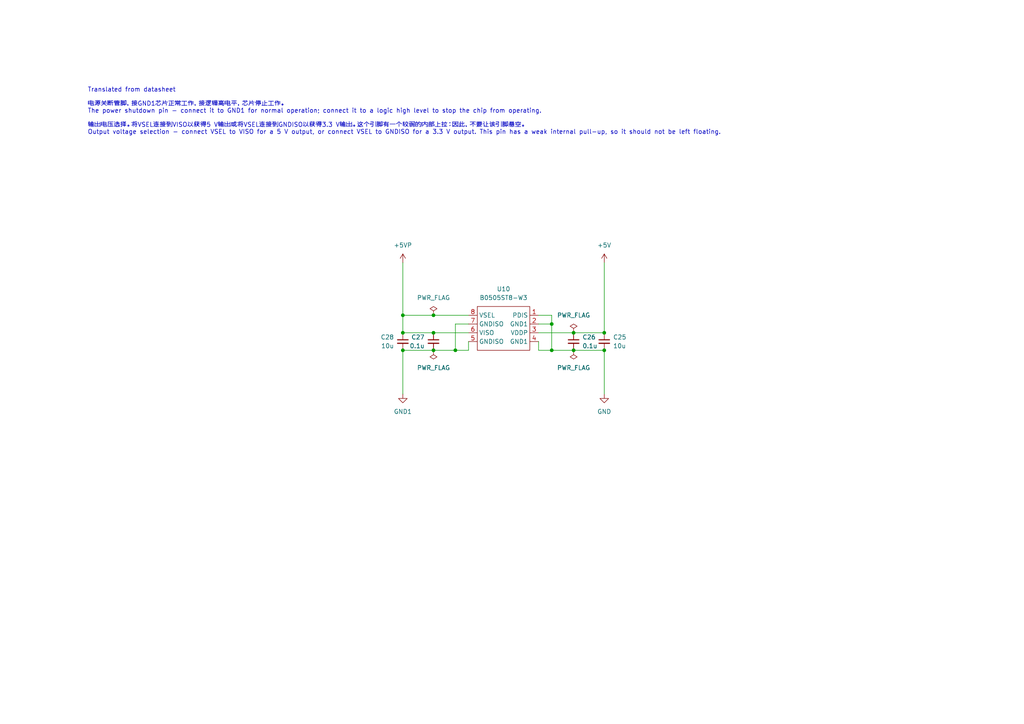
<source format=kicad_sch>
(kicad_sch
	(version 20250114)
	(generator "eeschema")
	(generator_version "9.0")
	(uuid "93f2154e-a2e8-4970-9a47-18e86bf965db")
	(paper "A4")
	(title_block
		(title "12V-2x6 Current Monitor")
		(date "2025-09-21")
		(rev "1")
		(company "github.com/eggsampler")
	)
	(lib_symbols
		(symbol "12v-2x6:B0505ST8-W3"
			(exclude_from_sim no)
			(in_bom yes)
			(on_board yes)
			(property "Reference" "U"
				(at 0 1.778 0)
				(effects
					(font
						(size 1.27 1.27)
					)
				)
			)
			(property "Value" "B0505ST8-W3"
				(at 0 0 0)
				(effects
					(font
						(size 1.27 1.27)
					)
				)
			)
			(property "Footprint" "Package_SO:SSO-8_6.8x5.9mm_P1.27mm_Clearance8mm"
				(at 0 -15.24 0)
				(effects
					(font
						(size 1.27 1.27)
					)
					(hide yes)
				)
			)
			(property "Datasheet" ""
				(at 0 0 0)
				(effects
					(font
						(size 1.27 1.27)
					)
					(hide yes)
				)
			)
			(property "Description" ""
				(at 0 0 0)
				(effects
					(font
						(size 1.27 1.27)
					)
					(hide yes)
				)
			)
			(symbol "B0505ST8-W3_0_1"
				(rectangle
					(start -7.62 -1.27)
					(end 7.62 -13.97)
					(stroke
						(width 0)
						(type default)
					)
					(fill
						(type none)
					)
				)
			)
			(symbol "B0505ST8-W3_1_1"
				(pin passive line
					(at -10.16 -3.81 0)
					(length 2.54)
					(name "PDIS"
						(effects
							(font
								(size 1.27 1.27)
							)
						)
					)
					(number "1"
						(effects
							(font
								(size 1.27 1.27)
							)
						)
					)
				)
				(pin passive line
					(at -10.16 -6.35 0)
					(length 2.54)
					(name "GND1"
						(effects
							(font
								(size 1.27 1.27)
							)
						)
					)
					(number "2"
						(effects
							(font
								(size 1.27 1.27)
							)
						)
					)
				)
				(pin passive line
					(at -10.16 -8.89 0)
					(length 2.54)
					(name "VDDP"
						(effects
							(font
								(size 1.27 1.27)
							)
						)
					)
					(number "3"
						(effects
							(font
								(size 1.27 1.27)
							)
						)
					)
				)
				(pin passive line
					(at -10.16 -11.43 0)
					(length 2.54)
					(name "GND1"
						(effects
							(font
								(size 1.27 1.27)
							)
						)
					)
					(number "4"
						(effects
							(font
								(size 1.27 1.27)
							)
						)
					)
				)
				(pin passive line
					(at 10.16 -3.81 180)
					(length 2.54)
					(name "VSEL"
						(effects
							(font
								(size 1.27 1.27)
							)
						)
					)
					(number "8"
						(effects
							(font
								(size 1.27 1.27)
							)
						)
					)
				)
				(pin passive line
					(at 10.16 -6.35 180)
					(length 2.54)
					(name "GNDISO"
						(effects
							(font
								(size 1.27 1.27)
							)
						)
					)
					(number "7"
						(effects
							(font
								(size 1.27 1.27)
							)
						)
					)
				)
				(pin passive line
					(at 10.16 -8.89 180)
					(length 2.54)
					(name "VISO"
						(effects
							(font
								(size 1.27 1.27)
							)
						)
					)
					(number "6"
						(effects
							(font
								(size 1.27 1.27)
							)
						)
					)
				)
				(pin passive line
					(at 10.16 -11.43 180)
					(length 2.54)
					(name "GNDISO"
						(effects
							(font
								(size 1.27 1.27)
							)
						)
					)
					(number "5"
						(effects
							(font
								(size 1.27 1.27)
							)
						)
					)
				)
			)
			(embedded_fonts no)
		)
		(symbol "Device:C_Small"
			(pin_numbers
				(hide yes)
			)
			(pin_names
				(offset 0.254)
				(hide yes)
			)
			(exclude_from_sim no)
			(in_bom yes)
			(on_board yes)
			(property "Reference" "C"
				(at 0.254 1.778 0)
				(effects
					(font
						(size 1.27 1.27)
					)
					(justify left)
				)
			)
			(property "Value" "C_Small"
				(at 0.254 -2.032 0)
				(effects
					(font
						(size 1.27 1.27)
					)
					(justify left)
				)
			)
			(property "Footprint" ""
				(at 0 0 0)
				(effects
					(font
						(size 1.27 1.27)
					)
					(hide yes)
				)
			)
			(property "Datasheet" "~"
				(at 0 0 0)
				(effects
					(font
						(size 1.27 1.27)
					)
					(hide yes)
				)
			)
			(property "Description" "Unpolarized capacitor, small symbol"
				(at 0 0 0)
				(effects
					(font
						(size 1.27 1.27)
					)
					(hide yes)
				)
			)
			(property "ki_keywords" "capacitor cap"
				(at 0 0 0)
				(effects
					(font
						(size 1.27 1.27)
					)
					(hide yes)
				)
			)
			(property "ki_fp_filters" "C_*"
				(at 0 0 0)
				(effects
					(font
						(size 1.27 1.27)
					)
					(hide yes)
				)
			)
			(symbol "C_Small_0_1"
				(polyline
					(pts
						(xy -1.524 0.508) (xy 1.524 0.508)
					)
					(stroke
						(width 0.3048)
						(type default)
					)
					(fill
						(type none)
					)
				)
				(polyline
					(pts
						(xy -1.524 -0.508) (xy 1.524 -0.508)
					)
					(stroke
						(width 0.3302)
						(type default)
					)
					(fill
						(type none)
					)
				)
			)
			(symbol "C_Small_1_1"
				(pin passive line
					(at 0 2.54 270)
					(length 2.032)
					(name "~"
						(effects
							(font
								(size 1.27 1.27)
							)
						)
					)
					(number "1"
						(effects
							(font
								(size 1.27 1.27)
							)
						)
					)
				)
				(pin passive line
					(at 0 -2.54 90)
					(length 2.032)
					(name "~"
						(effects
							(font
								(size 1.27 1.27)
							)
						)
					)
					(number "2"
						(effects
							(font
								(size 1.27 1.27)
							)
						)
					)
				)
			)
			(embedded_fonts no)
		)
		(symbol "power:+5V"
			(power)
			(pin_numbers
				(hide yes)
			)
			(pin_names
				(offset 0)
				(hide yes)
			)
			(exclude_from_sim no)
			(in_bom yes)
			(on_board yes)
			(property "Reference" "#PWR"
				(at 0 -3.81 0)
				(effects
					(font
						(size 1.27 1.27)
					)
					(hide yes)
				)
			)
			(property "Value" "+5V"
				(at 0 3.556 0)
				(effects
					(font
						(size 1.27 1.27)
					)
				)
			)
			(property "Footprint" ""
				(at 0 0 0)
				(effects
					(font
						(size 1.27 1.27)
					)
					(hide yes)
				)
			)
			(property "Datasheet" ""
				(at 0 0 0)
				(effects
					(font
						(size 1.27 1.27)
					)
					(hide yes)
				)
			)
			(property "Description" "Power symbol creates a global label with name \"+5V\""
				(at 0 0 0)
				(effects
					(font
						(size 1.27 1.27)
					)
					(hide yes)
				)
			)
			(property "ki_keywords" "global power"
				(at 0 0 0)
				(effects
					(font
						(size 1.27 1.27)
					)
					(hide yes)
				)
			)
			(symbol "+5V_0_1"
				(polyline
					(pts
						(xy -0.762 1.27) (xy 0 2.54)
					)
					(stroke
						(width 0)
						(type default)
					)
					(fill
						(type none)
					)
				)
				(polyline
					(pts
						(xy 0 2.54) (xy 0.762 1.27)
					)
					(stroke
						(width 0)
						(type default)
					)
					(fill
						(type none)
					)
				)
				(polyline
					(pts
						(xy 0 0) (xy 0 2.54)
					)
					(stroke
						(width 0)
						(type default)
					)
					(fill
						(type none)
					)
				)
			)
			(symbol "+5V_1_1"
				(pin power_in line
					(at 0 0 90)
					(length 0)
					(name "~"
						(effects
							(font
								(size 1.27 1.27)
							)
						)
					)
					(number "1"
						(effects
							(font
								(size 1.27 1.27)
							)
						)
					)
				)
			)
			(embedded_fonts no)
		)
		(symbol "power:+5VP"
			(power)
			(pin_numbers
				(hide yes)
			)
			(pin_names
				(offset 0)
				(hide yes)
			)
			(exclude_from_sim no)
			(in_bom yes)
			(on_board yes)
			(property "Reference" "#PWR"
				(at 0 -3.81 0)
				(effects
					(font
						(size 1.27 1.27)
					)
					(hide yes)
				)
			)
			(property "Value" "+5VP"
				(at 0 3.556 0)
				(effects
					(font
						(size 1.27 1.27)
					)
				)
			)
			(property "Footprint" ""
				(at 0 0 0)
				(effects
					(font
						(size 1.27 1.27)
					)
					(hide yes)
				)
			)
			(property "Datasheet" ""
				(at 0 0 0)
				(effects
					(font
						(size 1.27 1.27)
					)
					(hide yes)
				)
			)
			(property "Description" "Power symbol creates a global label with name \"+5VP\""
				(at 0 0 0)
				(effects
					(font
						(size 1.27 1.27)
					)
					(hide yes)
				)
			)
			(property "ki_keywords" "global power"
				(at 0 0 0)
				(effects
					(font
						(size 1.27 1.27)
					)
					(hide yes)
				)
			)
			(symbol "+5VP_0_1"
				(polyline
					(pts
						(xy -0.762 1.27) (xy 0 2.54)
					)
					(stroke
						(width 0)
						(type default)
					)
					(fill
						(type none)
					)
				)
				(polyline
					(pts
						(xy 0 2.54) (xy 0.762 1.27)
					)
					(stroke
						(width 0)
						(type default)
					)
					(fill
						(type none)
					)
				)
				(polyline
					(pts
						(xy 0 0) (xy 0 2.54)
					)
					(stroke
						(width 0)
						(type default)
					)
					(fill
						(type none)
					)
				)
			)
			(symbol "+5VP_1_1"
				(pin power_in line
					(at 0 0 90)
					(length 0)
					(name "~"
						(effects
							(font
								(size 1.27 1.27)
							)
						)
					)
					(number "1"
						(effects
							(font
								(size 1.27 1.27)
							)
						)
					)
				)
			)
			(embedded_fonts no)
		)
		(symbol "power:GND"
			(power)
			(pin_numbers
				(hide yes)
			)
			(pin_names
				(offset 0)
				(hide yes)
			)
			(exclude_from_sim no)
			(in_bom yes)
			(on_board yes)
			(property "Reference" "#PWR"
				(at 0 -6.35 0)
				(effects
					(font
						(size 1.27 1.27)
					)
					(hide yes)
				)
			)
			(property "Value" "GND"
				(at 0 -3.81 0)
				(effects
					(font
						(size 1.27 1.27)
					)
				)
			)
			(property "Footprint" ""
				(at 0 0 0)
				(effects
					(font
						(size 1.27 1.27)
					)
					(hide yes)
				)
			)
			(property "Datasheet" ""
				(at 0 0 0)
				(effects
					(font
						(size 1.27 1.27)
					)
					(hide yes)
				)
			)
			(property "Description" "Power symbol creates a global label with name \"GND\" , ground"
				(at 0 0 0)
				(effects
					(font
						(size 1.27 1.27)
					)
					(hide yes)
				)
			)
			(property "ki_keywords" "global power"
				(at 0 0 0)
				(effects
					(font
						(size 1.27 1.27)
					)
					(hide yes)
				)
			)
			(symbol "GND_0_1"
				(polyline
					(pts
						(xy 0 0) (xy 0 -1.27) (xy 1.27 -1.27) (xy 0 -2.54) (xy -1.27 -1.27) (xy 0 -1.27)
					)
					(stroke
						(width 0)
						(type default)
					)
					(fill
						(type none)
					)
				)
			)
			(symbol "GND_1_1"
				(pin power_in line
					(at 0 0 270)
					(length 0)
					(name "~"
						(effects
							(font
								(size 1.27 1.27)
							)
						)
					)
					(number "1"
						(effects
							(font
								(size 1.27 1.27)
							)
						)
					)
				)
			)
			(embedded_fonts no)
		)
		(symbol "power:GND1"
			(power)
			(pin_numbers
				(hide yes)
			)
			(pin_names
				(offset 0)
				(hide yes)
			)
			(exclude_from_sim no)
			(in_bom yes)
			(on_board yes)
			(property "Reference" "#PWR"
				(at 0 -6.35 0)
				(effects
					(font
						(size 1.27 1.27)
					)
					(hide yes)
				)
			)
			(property "Value" "GND1"
				(at 0 -3.81 0)
				(effects
					(font
						(size 1.27 1.27)
					)
				)
			)
			(property "Footprint" ""
				(at 0 0 0)
				(effects
					(font
						(size 1.27 1.27)
					)
					(hide yes)
				)
			)
			(property "Datasheet" ""
				(at 0 0 0)
				(effects
					(font
						(size 1.27 1.27)
					)
					(hide yes)
				)
			)
			(property "Description" "Power symbol creates a global label with name \"GND1\" , ground"
				(at 0 0 0)
				(effects
					(font
						(size 1.27 1.27)
					)
					(hide yes)
				)
			)
			(property "ki_keywords" "global power"
				(at 0 0 0)
				(effects
					(font
						(size 1.27 1.27)
					)
					(hide yes)
				)
			)
			(symbol "GND1_0_1"
				(polyline
					(pts
						(xy 0 0) (xy 0 -1.27) (xy 1.27 -1.27) (xy 0 -2.54) (xy -1.27 -1.27) (xy 0 -1.27)
					)
					(stroke
						(width 0)
						(type default)
					)
					(fill
						(type none)
					)
				)
			)
			(symbol "GND1_1_1"
				(pin power_in line
					(at 0 0 270)
					(length 0)
					(name "~"
						(effects
							(font
								(size 1.27 1.27)
							)
						)
					)
					(number "1"
						(effects
							(font
								(size 1.27 1.27)
							)
						)
					)
				)
			)
			(embedded_fonts no)
		)
		(symbol "power:PWR_FLAG"
			(power)
			(pin_numbers
				(hide yes)
			)
			(pin_names
				(offset 0)
				(hide yes)
			)
			(exclude_from_sim no)
			(in_bom yes)
			(on_board yes)
			(property "Reference" "#FLG"
				(at 0 1.905 0)
				(effects
					(font
						(size 1.27 1.27)
					)
					(hide yes)
				)
			)
			(property "Value" "PWR_FLAG"
				(at 0 3.81 0)
				(effects
					(font
						(size 1.27 1.27)
					)
				)
			)
			(property "Footprint" ""
				(at 0 0 0)
				(effects
					(font
						(size 1.27 1.27)
					)
					(hide yes)
				)
			)
			(property "Datasheet" "~"
				(at 0 0 0)
				(effects
					(font
						(size 1.27 1.27)
					)
					(hide yes)
				)
			)
			(property "Description" "Special symbol for telling ERC where power comes from"
				(at 0 0 0)
				(effects
					(font
						(size 1.27 1.27)
					)
					(hide yes)
				)
			)
			(property "ki_keywords" "flag power"
				(at 0 0 0)
				(effects
					(font
						(size 1.27 1.27)
					)
					(hide yes)
				)
			)
			(symbol "PWR_FLAG_0_0"
				(pin power_out line
					(at 0 0 90)
					(length 0)
					(name "~"
						(effects
							(font
								(size 1.27 1.27)
							)
						)
					)
					(number "1"
						(effects
							(font
								(size 1.27 1.27)
							)
						)
					)
				)
			)
			(symbol "PWR_FLAG_0_1"
				(polyline
					(pts
						(xy 0 0) (xy 0 1.27) (xy -1.016 1.905) (xy 0 2.54) (xy 1.016 1.905) (xy 0 1.27)
					)
					(stroke
						(width 0)
						(type default)
					)
					(fill
						(type none)
					)
				)
			)
			(embedded_fonts no)
		)
	)
	(text "Translated from datasheet\n\n电源关断管脚，接GND1芯片正常工作，接逻辑高电平，芯片停止工作。\nThe power shutdown pin - connect it to GND1 for normal operation; connect it to a logic high level to stop the chip from operating.\n\n输出电压选择。将VSEL连接到VISO以获得5 V输出或将VSEL连接到GNDISO以获得3.3 V输出。这个引脚有一个较弱的内部上拉；因此，不要让该引脚悬空。\nOutput voltage selection - connect VSEL to VISO for a 5 V output, or connect VSEL to GNDISO for a 3.3 V output. This pin has a weak internal pull-up, so it should not be left floating."
		(exclude_from_sim no)
		(at 25.4 25.4 0)
		(effects
			(font
				(size 1.27 1.27)
			)
			(justify left top)
		)
		(uuid "e8d54d73-8e7f-4d6f-9649-e9e0b6bd6306")
	)
	(junction
		(at 166.37 96.52)
		(diameter 0)
		(color 0 0 0 0)
		(uuid "008c5a32-8e89-4309-a906-06f159a54477")
	)
	(junction
		(at 125.73 101.6)
		(diameter 0)
		(color 0 0 0 0)
		(uuid "2cee6ff6-118b-4fee-9534-2ca9ea751fad")
	)
	(junction
		(at 160.02 93.98)
		(diameter 0)
		(color 0 0 0 0)
		(uuid "2efed247-307f-4f5b-8f88-1361089a127d")
	)
	(junction
		(at 160.02 101.6)
		(diameter 0)
		(color 0 0 0 0)
		(uuid "5cdb63ec-c552-4bd4-a43e-487086d82727")
	)
	(junction
		(at 175.26 101.6)
		(diameter 0)
		(color 0 0 0 0)
		(uuid "5ea9becc-e8ed-4b4a-b012-1a2bde5159a0")
	)
	(junction
		(at 116.84 101.6)
		(diameter 0)
		(color 0 0 0 0)
		(uuid "7e6a795b-98a1-43e6-8f9a-9587a98a6945")
	)
	(junction
		(at 132.08 101.6)
		(diameter 0)
		(color 0 0 0 0)
		(uuid "84ae4f20-4a2f-45d8-848a-f0497259ea1f")
	)
	(junction
		(at 116.84 96.52)
		(diameter 0)
		(color 0 0 0 0)
		(uuid "877b3364-d275-41d5-8e04-9c84f12f83b1")
	)
	(junction
		(at 175.26 96.52)
		(diameter 0)
		(color 0 0 0 0)
		(uuid "a5634b81-3290-455d-921c-833b0e6c0c97")
	)
	(junction
		(at 166.37 101.6)
		(diameter 0)
		(color 0 0 0 0)
		(uuid "b4ccf6be-a23c-435d-8981-a00f2a70d6dd")
	)
	(junction
		(at 125.73 91.44)
		(diameter 0)
		(color 0 0 0 0)
		(uuid "c9f0bb27-c239-4b75-9d37-6dc38cedaebf")
	)
	(junction
		(at 116.84 91.44)
		(diameter 0)
		(color 0 0 0 0)
		(uuid "e3327253-9171-458d-bf46-57243941ebed")
	)
	(junction
		(at 125.73 96.52)
		(diameter 0)
		(color 0 0 0 0)
		(uuid "f3c175dd-5783-4f61-96c1-5386965d830c")
	)
	(wire
		(pts
			(xy 175.26 76.2) (xy 175.26 96.52)
		)
		(stroke
			(width 0)
			(type default)
		)
		(uuid "0a14a6d1-6e36-4736-85af-60b9c8a94c74")
	)
	(wire
		(pts
			(xy 125.73 91.44) (xy 135.89 91.44)
		)
		(stroke
			(width 0)
			(type default)
		)
		(uuid "1466cf20-113c-478c-8119-1d9195c0c403")
	)
	(wire
		(pts
			(xy 125.73 101.6) (xy 132.08 101.6)
		)
		(stroke
			(width 0)
			(type default)
		)
		(uuid "251acb40-5ae2-4d15-92a0-ccfc6f9fb99f")
	)
	(wire
		(pts
			(xy 156.21 91.44) (xy 160.02 91.44)
		)
		(stroke
			(width 0)
			(type default)
		)
		(uuid "2ac3877c-af1d-4058-8879-1724ef5871c1")
	)
	(wire
		(pts
			(xy 132.08 101.6) (xy 135.89 101.6)
		)
		(stroke
			(width 0)
			(type default)
		)
		(uuid "2d489865-dfd9-464b-bd37-1bf8bf4988f3")
	)
	(wire
		(pts
			(xy 156.21 101.6) (xy 156.21 99.06)
		)
		(stroke
			(width 0)
			(type default)
		)
		(uuid "3115e453-6feb-4c6d-9bda-fdbeb4e114e9")
	)
	(wire
		(pts
			(xy 175.26 114.3) (xy 175.26 101.6)
		)
		(stroke
			(width 0)
			(type default)
		)
		(uuid "40f15193-9ecd-44ac-8fcf-a41bf57ba577")
	)
	(wire
		(pts
			(xy 160.02 91.44) (xy 160.02 93.98)
		)
		(stroke
			(width 0)
			(type default)
		)
		(uuid "442a24d0-ced5-4441-9165-be85c669944d")
	)
	(wire
		(pts
			(xy 125.73 96.52) (xy 135.89 96.52)
		)
		(stroke
			(width 0)
			(type default)
		)
		(uuid "595daef9-07b9-4a68-b7a8-80083588501e")
	)
	(wire
		(pts
			(xy 156.21 96.52) (xy 166.37 96.52)
		)
		(stroke
			(width 0)
			(type default)
		)
		(uuid "67c28426-dced-4056-896a-ac22e981710e")
	)
	(wire
		(pts
			(xy 160.02 93.98) (xy 160.02 101.6)
		)
		(stroke
			(width 0)
			(type default)
		)
		(uuid "67e133bc-46a3-4e0e-9474-ca6d1e926487")
	)
	(wire
		(pts
			(xy 175.26 96.52) (xy 166.37 96.52)
		)
		(stroke
			(width 0)
			(type default)
		)
		(uuid "6d073943-601d-4ea4-b064-49a4ac5b5c85")
	)
	(wire
		(pts
			(xy 135.89 101.6) (xy 135.89 99.06)
		)
		(stroke
			(width 0)
			(type default)
		)
		(uuid "70bccc5e-3f1e-4cd7-b507-7ded166f7718")
	)
	(wire
		(pts
			(xy 160.02 101.6) (xy 166.37 101.6)
		)
		(stroke
			(width 0)
			(type default)
		)
		(uuid "781eb7f0-c466-4e5a-ae3f-ba6a6504614c")
	)
	(wire
		(pts
			(xy 116.84 76.2) (xy 116.84 91.44)
		)
		(stroke
			(width 0)
			(type default)
		)
		(uuid "7a7a38e8-7f3b-456c-bb9d-bc503a1484c0")
	)
	(wire
		(pts
			(xy 135.89 93.98) (xy 132.08 93.98)
		)
		(stroke
			(width 0)
			(type default)
		)
		(uuid "7f2e673a-beaf-4ac8-beb6-921b7cbb6167")
	)
	(wire
		(pts
			(xy 132.08 93.98) (xy 132.08 101.6)
		)
		(stroke
			(width 0)
			(type default)
		)
		(uuid "83755d52-3b1e-47da-b471-fd5bc6228aa0")
	)
	(wire
		(pts
			(xy 116.84 91.44) (xy 125.73 91.44)
		)
		(stroke
			(width 0)
			(type default)
		)
		(uuid "9ae994b3-3960-4746-b182-2a72f26c1127")
	)
	(wire
		(pts
			(xy 116.84 101.6) (xy 125.73 101.6)
		)
		(stroke
			(width 0)
			(type default)
		)
		(uuid "b9d363e2-cfb4-48f5-83fe-bca0d6472e17")
	)
	(wire
		(pts
			(xy 156.21 93.98) (xy 160.02 93.98)
		)
		(stroke
			(width 0)
			(type default)
		)
		(uuid "bc127e1e-9040-430b-b0d3-12e514a19130")
	)
	(wire
		(pts
			(xy 175.26 101.6) (xy 166.37 101.6)
		)
		(stroke
			(width 0)
			(type default)
		)
		(uuid "bc994774-6ba4-4766-b5cc-bcd0e1a8aabf")
	)
	(wire
		(pts
			(xy 116.84 91.44) (xy 116.84 96.52)
		)
		(stroke
			(width 0)
			(type default)
		)
		(uuid "bf5fedfc-8f4e-4dfe-9521-d58235826a1e")
	)
	(wire
		(pts
			(xy 116.84 114.3) (xy 116.84 101.6)
		)
		(stroke
			(width 0)
			(type default)
		)
		(uuid "bfb61f3a-c01b-4483-9210-1912cbc393cf")
	)
	(wire
		(pts
			(xy 156.21 101.6) (xy 160.02 101.6)
		)
		(stroke
			(width 0)
			(type default)
		)
		(uuid "de3602cf-7b0c-4b65-8ac9-5ffd97cda306")
	)
	(wire
		(pts
			(xy 125.73 96.52) (xy 116.84 96.52)
		)
		(stroke
			(width 0)
			(type default)
		)
		(uuid "ea862b95-ec80-425d-8dcc-421f52740da9")
	)
	(symbol
		(lib_id "power:PWR_FLAG")
		(at 125.73 91.44 0)
		(unit 1)
		(exclude_from_sim no)
		(in_bom yes)
		(on_board yes)
		(dnp no)
		(fields_autoplaced yes)
		(uuid "07b647f1-0c4f-49b1-a6d2-2b2dbb2cdf26")
		(property "Reference" "#FLG03"
			(at 125.73 89.535 0)
			(effects
				(font
					(size 1.27 1.27)
				)
				(hide yes)
			)
		)
		(property "Value" "PWR_FLAG"
			(at 125.73 86.36 0)
			(effects
				(font
					(size 1.27 1.27)
				)
			)
		)
		(property "Footprint" ""
			(at 125.73 91.44 0)
			(effects
				(font
					(size 1.27 1.27)
				)
				(hide yes)
			)
		)
		(property "Datasheet" "~"
			(at 125.73 91.44 0)
			(effects
				(font
					(size 1.27 1.27)
				)
				(hide yes)
			)
		)
		(property "Description" "Special symbol for telling ERC where power comes from"
			(at 125.73 91.44 0)
			(effects
				(font
					(size 1.27 1.27)
				)
				(hide yes)
			)
		)
		(pin "1"
			(uuid "a81fcdb4-e512-450c-b4e2-8bc908014f37")
		)
		(instances
			(project "12v-2x6"
				(path "/8b0d253f-310b-49c8-a50d-a58538d7eb55/8c7c68ec-dfcd-4c66-a6ed-a8125b7ac006"
					(reference "#FLG03")
					(unit 1)
				)
			)
		)
	)
	(symbol
		(lib_id "Device:C_Small")
		(at 175.26 99.06 0)
		(unit 1)
		(exclude_from_sim no)
		(in_bom yes)
		(on_board yes)
		(dnp no)
		(uuid "26072abf-a205-4229-85d1-2e89656f9708")
		(property "Reference" "C25"
			(at 177.8 97.7962 0)
			(effects
				(font
					(size 1.27 1.27)
				)
				(justify left)
			)
		)
		(property "Value" "10u"
			(at 177.8 100.3362 0)
			(effects
				(font
					(size 1.27 1.27)
				)
				(justify left)
			)
		)
		(property "Footprint" "Capacitor_SMD:C_0603_1608Metric"
			(at 175.26 99.06 0)
			(effects
				(font
					(size 1.27 1.27)
				)
				(hide yes)
			)
		)
		(property "Datasheet" "~"
			(at 175.26 99.06 0)
			(effects
				(font
					(size 1.27 1.27)
				)
				(hide yes)
			)
		)
		(property "Description" "Unpolarized capacitor, small symbol"
			(at 175.26 99.06 0)
			(effects
				(font
					(size 1.27 1.27)
				)
				(hide yes)
			)
		)
		(pin "2"
			(uuid "5b2c290f-11e6-4199-940f-fdeaf4f445b2")
		)
		(pin "1"
			(uuid "45fa3f2d-b766-478d-8e0d-33232434d7ac")
		)
		(instances
			(project "12v-2x6"
				(path "/8b0d253f-310b-49c8-a50d-a58538d7eb55/8c7c68ec-dfcd-4c66-a6ed-a8125b7ac006"
					(reference "C25")
					(unit 1)
				)
			)
		)
	)
	(symbol
		(lib_id "Device:C_Small")
		(at 125.73 99.06 0)
		(mirror y)
		(unit 1)
		(exclude_from_sim no)
		(in_bom yes)
		(on_board yes)
		(dnp no)
		(uuid "31867a02-9aee-4dd5-a693-0596d64a99ee")
		(property "Reference" "C27"
			(at 123.19 97.7962 0)
			(effects
				(font
					(size 1.27 1.27)
				)
				(justify left)
			)
		)
		(property "Value" "0.1u"
			(at 123.19 100.3362 0)
			(effects
				(font
					(size 1.27 1.27)
				)
				(justify left)
			)
		)
		(property "Footprint" "Capacitor_SMD:C_0402_1005Metric"
			(at 125.73 99.06 0)
			(effects
				(font
					(size 1.27 1.27)
				)
				(hide yes)
			)
		)
		(property "Datasheet" "~"
			(at 125.73 99.06 0)
			(effects
				(font
					(size 1.27 1.27)
				)
				(hide yes)
			)
		)
		(property "Description" "Unpolarized capacitor, small symbol"
			(at 125.73 99.06 0)
			(effects
				(font
					(size 1.27 1.27)
				)
				(hide yes)
			)
		)
		(pin "2"
			(uuid "3d963f8c-77ce-4fe8-a348-2144956fac89")
		)
		(pin "1"
			(uuid "6c6ea165-451a-446f-a719-5f2fca900dc3")
		)
		(instances
			(project "12v-2x6"
				(path "/8b0d253f-310b-49c8-a50d-a58538d7eb55/8c7c68ec-dfcd-4c66-a6ed-a8125b7ac006"
					(reference "C27")
					(unit 1)
				)
			)
		)
	)
	(symbol
		(lib_id "power:PWR_FLAG")
		(at 166.37 101.6 180)
		(unit 1)
		(exclude_from_sim no)
		(in_bom yes)
		(on_board yes)
		(dnp no)
		(fields_autoplaced yes)
		(uuid "4eb256e8-a224-4abb-8aec-e05742d17538")
		(property "Reference" "#FLG02"
			(at 166.37 103.505 0)
			(effects
				(font
					(size 1.27 1.27)
				)
				(hide yes)
			)
		)
		(property "Value" "PWR_FLAG"
			(at 166.37 106.68 0)
			(effects
				(font
					(size 1.27 1.27)
				)
			)
		)
		(property "Footprint" ""
			(at 166.37 101.6 0)
			(effects
				(font
					(size 1.27 1.27)
				)
				(hide yes)
			)
		)
		(property "Datasheet" "~"
			(at 166.37 101.6 0)
			(effects
				(font
					(size 1.27 1.27)
				)
				(hide yes)
			)
		)
		(property "Description" "Special symbol for telling ERC where power comes from"
			(at 166.37 101.6 0)
			(effects
				(font
					(size 1.27 1.27)
				)
				(hide yes)
			)
		)
		(pin "1"
			(uuid "66cdbc55-b3ed-45db-96ff-d1d2a40b27ae")
		)
		(instances
			(project ""
				(path "/8b0d253f-310b-49c8-a50d-a58538d7eb55/8c7c68ec-dfcd-4c66-a6ed-a8125b7ac006"
					(reference "#FLG02")
					(unit 1)
				)
			)
		)
	)
	(symbol
		(lib_id "power:PWR_FLAG")
		(at 166.37 96.52 0)
		(unit 1)
		(exclude_from_sim no)
		(in_bom yes)
		(on_board yes)
		(dnp no)
		(fields_autoplaced yes)
		(uuid "66b03488-9a7b-407d-ac11-2219ca757a94")
		(property "Reference" "#FLG01"
			(at 166.37 94.615 0)
			(effects
				(font
					(size 1.27 1.27)
				)
				(hide yes)
			)
		)
		(property "Value" "PWR_FLAG"
			(at 166.37 91.44 0)
			(effects
				(font
					(size 1.27 1.27)
				)
			)
		)
		(property "Footprint" ""
			(at 166.37 96.52 0)
			(effects
				(font
					(size 1.27 1.27)
				)
				(hide yes)
			)
		)
		(property "Datasheet" "~"
			(at 166.37 96.52 0)
			(effects
				(font
					(size 1.27 1.27)
				)
				(hide yes)
			)
		)
		(property "Description" "Special symbol for telling ERC where power comes from"
			(at 166.37 96.52 0)
			(effects
				(font
					(size 1.27 1.27)
				)
				(hide yes)
			)
		)
		(pin "1"
			(uuid "0869e207-0e05-486f-bb74-5d6483102e56")
		)
		(instances
			(project ""
				(path "/8b0d253f-310b-49c8-a50d-a58538d7eb55/8c7c68ec-dfcd-4c66-a6ed-a8125b7ac006"
					(reference "#FLG01")
					(unit 1)
				)
			)
		)
	)
	(symbol
		(lib_id "power:PWR_FLAG")
		(at 125.73 101.6 180)
		(unit 1)
		(exclude_from_sim no)
		(in_bom yes)
		(on_board yes)
		(dnp no)
		(fields_autoplaced yes)
		(uuid "815079cb-41d4-4790-85ca-9940580b7265")
		(property "Reference" "#FLG04"
			(at 125.73 103.505 0)
			(effects
				(font
					(size 1.27 1.27)
				)
				(hide yes)
			)
		)
		(property "Value" "PWR_FLAG"
			(at 125.73 106.68 0)
			(effects
				(font
					(size 1.27 1.27)
				)
			)
		)
		(property "Footprint" ""
			(at 125.73 101.6 0)
			(effects
				(font
					(size 1.27 1.27)
				)
				(hide yes)
			)
		)
		(property "Datasheet" "~"
			(at 125.73 101.6 0)
			(effects
				(font
					(size 1.27 1.27)
				)
				(hide yes)
			)
		)
		(property "Description" "Special symbol for telling ERC where power comes from"
			(at 125.73 101.6 0)
			(effects
				(font
					(size 1.27 1.27)
				)
				(hide yes)
			)
		)
		(pin "1"
			(uuid "58df96d4-bbf0-4258-aaec-5bf243340ef3")
		)
		(instances
			(project "12v-2x6"
				(path "/8b0d253f-310b-49c8-a50d-a58538d7eb55/8c7c68ec-dfcd-4c66-a6ed-a8125b7ac006"
					(reference "#FLG04")
					(unit 1)
				)
			)
		)
	)
	(symbol
		(lib_id "12v-2x6:B0505ST8-W3")
		(at 146.05 87.63 0)
		(mirror y)
		(unit 1)
		(exclude_from_sim no)
		(in_bom yes)
		(on_board yes)
		(dnp no)
		(fields_autoplaced yes)
		(uuid "9575659e-f5cf-418c-a4b4-0eda7dcdbe84")
		(property "Reference" "U10"
			(at 146.05 83.82 0)
			(effects
				(font
					(size 1.27 1.27)
				)
			)
		)
		(property "Value" "B0505ST8-W3"
			(at 146.05 86.36 0)
			(effects
				(font
					(size 1.27 1.27)
				)
			)
		)
		(property "Footprint" "Package_SO:SSO-8_6.8x5.9mm_P1.27mm_Clearance8mm"
			(at 146.05 102.87 0)
			(effects
				(font
					(size 1.27 1.27)
				)
				(hide yes)
			)
		)
		(property "Datasheet" ""
			(at 146.05 87.63 0)
			(effects
				(font
					(size 1.27 1.27)
				)
				(hide yes)
			)
		)
		(property "Description" ""
			(at 146.05 87.63 0)
			(effects
				(font
					(size 1.27 1.27)
				)
				(hide yes)
			)
		)
		(pin "1"
			(uuid "1d2a8cce-50e3-4d72-aa7c-e69eaa6c0fc7")
		)
		(pin "3"
			(uuid "7543dd0d-9704-4ab1-b17e-234ef55d537a")
		)
		(pin "8"
			(uuid "0e918152-93e6-475d-871f-ffb76232f2ab")
		)
		(pin "2"
			(uuid "8b418ef7-c212-403a-bc03-76e0b23fb46a")
		)
		(pin "4"
			(uuid "7a62bb75-9a96-451a-ae1f-94a34e864b04")
		)
		(pin "6"
			(uuid "2bcf4f1f-9f6c-4ce7-a1dc-f376faead461")
		)
		(pin "7"
			(uuid "7bcbd6e3-98b4-4401-b46f-df5c30a5031a")
		)
		(pin "5"
			(uuid "29ec45fa-c1b0-454d-951a-02363b1d3e9c")
		)
		(instances
			(project "12v-2x6"
				(path "/8b0d253f-310b-49c8-a50d-a58538d7eb55/8c7c68ec-dfcd-4c66-a6ed-a8125b7ac006"
					(reference "U10")
					(unit 1)
				)
			)
		)
	)
	(symbol
		(lib_id "power:+5V")
		(at 175.26 76.2 0)
		(unit 1)
		(exclude_from_sim no)
		(in_bom yes)
		(on_board yes)
		(dnp no)
		(fields_autoplaced yes)
		(uuid "9791751a-eab2-44b0-b1aa-b765a1ee7b33")
		(property "Reference" "#PWR031"
			(at 175.26 80.01 0)
			(effects
				(font
					(size 1.27 1.27)
				)
				(hide yes)
			)
		)
		(property "Value" "+5V"
			(at 175.26 71.12 0)
			(effects
				(font
					(size 1.27 1.27)
				)
			)
		)
		(property "Footprint" ""
			(at 175.26 76.2 0)
			(effects
				(font
					(size 1.27 1.27)
				)
				(hide yes)
			)
		)
		(property "Datasheet" ""
			(at 175.26 76.2 0)
			(effects
				(font
					(size 1.27 1.27)
				)
				(hide yes)
			)
		)
		(property "Description" "Power symbol creates a global label with name \"+5V\""
			(at 175.26 76.2 0)
			(effects
				(font
					(size 1.27 1.27)
				)
				(hide yes)
			)
		)
		(pin "1"
			(uuid "1997c033-6c8b-4441-944b-586488967048")
		)
		(instances
			(project "12v-2x6"
				(path "/8b0d253f-310b-49c8-a50d-a58538d7eb55/8c7c68ec-dfcd-4c66-a6ed-a8125b7ac006"
					(reference "#PWR031")
					(unit 1)
				)
			)
		)
	)
	(symbol
		(lib_id "power:GND1")
		(at 116.84 114.3 0)
		(unit 1)
		(exclude_from_sim no)
		(in_bom yes)
		(on_board yes)
		(dnp no)
		(fields_autoplaced yes)
		(uuid "a85d3636-d7ed-4691-853b-2d2848c8d3f7")
		(property "Reference" "#PWR047"
			(at 116.84 120.65 0)
			(effects
				(font
					(size 1.27 1.27)
				)
				(hide yes)
			)
		)
		(property "Value" "GND1"
			(at 116.84 119.38 0)
			(effects
				(font
					(size 1.27 1.27)
				)
			)
		)
		(property "Footprint" ""
			(at 116.84 114.3 0)
			(effects
				(font
					(size 1.27 1.27)
				)
				(hide yes)
			)
		)
		(property "Datasheet" ""
			(at 116.84 114.3 0)
			(effects
				(font
					(size 1.27 1.27)
				)
				(hide yes)
			)
		)
		(property "Description" "Power symbol creates a global label with name \"GND1\" , ground"
			(at 116.84 114.3 0)
			(effects
				(font
					(size 1.27 1.27)
				)
				(hide yes)
			)
		)
		(pin "1"
			(uuid "e0c8b5f8-63a7-459b-bf99-35029b512f3e")
		)
		(instances
			(project "12v-2x6"
				(path "/8b0d253f-310b-49c8-a50d-a58538d7eb55/8c7c68ec-dfcd-4c66-a6ed-a8125b7ac006"
					(reference "#PWR047")
					(unit 1)
				)
			)
		)
	)
	(symbol
		(lib_id "Device:C_Small")
		(at 166.37 99.06 0)
		(unit 1)
		(exclude_from_sim no)
		(in_bom yes)
		(on_board yes)
		(dnp no)
		(uuid "b23bffc9-dbcf-444a-b7cd-45d3f6e6bb27")
		(property "Reference" "C26"
			(at 168.91 97.7962 0)
			(effects
				(font
					(size 1.27 1.27)
				)
				(justify left)
			)
		)
		(property "Value" "0.1u"
			(at 168.91 100.3362 0)
			(effects
				(font
					(size 1.27 1.27)
				)
				(justify left)
			)
		)
		(property "Footprint" "Capacitor_SMD:C_0402_1005Metric"
			(at 166.37 99.06 0)
			(effects
				(font
					(size 1.27 1.27)
				)
				(hide yes)
			)
		)
		(property "Datasheet" "~"
			(at 166.37 99.06 0)
			(effects
				(font
					(size 1.27 1.27)
				)
				(hide yes)
			)
		)
		(property "Description" "Unpolarized capacitor, small symbol"
			(at 166.37 99.06 0)
			(effects
				(font
					(size 1.27 1.27)
				)
				(hide yes)
			)
		)
		(pin "2"
			(uuid "38124d9e-0bb2-4fd0-8d98-9e732f4d1179")
		)
		(pin "1"
			(uuid "cfb5e69a-1e53-4aa4-b349-5b49139f1035")
		)
		(instances
			(project "12v-2x6"
				(path "/8b0d253f-310b-49c8-a50d-a58538d7eb55/8c7c68ec-dfcd-4c66-a6ed-a8125b7ac006"
					(reference "C26")
					(unit 1)
				)
			)
		)
	)
	(symbol
		(lib_id "power:+5VP")
		(at 116.84 76.2 0)
		(unit 1)
		(exclude_from_sim no)
		(in_bom yes)
		(on_board yes)
		(dnp no)
		(fields_autoplaced yes)
		(uuid "b8eb49b0-13e1-42bc-8cbe-a3a16ada86f2")
		(property "Reference" "#PWR034"
			(at 116.84 80.01 0)
			(effects
				(font
					(size 1.27 1.27)
				)
				(hide yes)
			)
		)
		(property "Value" "+5VP"
			(at 116.84 71.12 0)
			(effects
				(font
					(size 1.27 1.27)
				)
			)
		)
		(property "Footprint" ""
			(at 116.84 76.2 0)
			(effects
				(font
					(size 1.27 1.27)
				)
				(hide yes)
			)
		)
		(property "Datasheet" ""
			(at 116.84 76.2 0)
			(effects
				(font
					(size 1.27 1.27)
				)
				(hide yes)
			)
		)
		(property "Description" "Power symbol creates a global label with name \"+5VP\""
			(at 116.84 76.2 0)
			(effects
				(font
					(size 1.27 1.27)
				)
				(hide yes)
			)
		)
		(pin "1"
			(uuid "19a4038c-d9eb-491e-acd3-e037138c1429")
		)
		(instances
			(project "12v-2x6"
				(path "/8b0d253f-310b-49c8-a50d-a58538d7eb55/8c7c68ec-dfcd-4c66-a6ed-a8125b7ac006"
					(reference "#PWR034")
					(unit 1)
				)
			)
		)
	)
	(symbol
		(lib_id "Device:C_Small")
		(at 116.84 99.06 0)
		(mirror y)
		(unit 1)
		(exclude_from_sim no)
		(in_bom yes)
		(on_board yes)
		(dnp no)
		(uuid "ea991f0a-a287-4962-ad9f-6937fb100a99")
		(property "Reference" "C28"
			(at 114.3 97.7962 0)
			(effects
				(font
					(size 1.27 1.27)
				)
				(justify left)
			)
		)
		(property "Value" "10u"
			(at 114.3 100.3362 0)
			(effects
				(font
					(size 1.27 1.27)
				)
				(justify left)
			)
		)
		(property "Footprint" "Capacitor_SMD:C_0603_1608Metric"
			(at 116.84 99.06 0)
			(effects
				(font
					(size 1.27 1.27)
				)
				(hide yes)
			)
		)
		(property "Datasheet" "~"
			(at 116.84 99.06 0)
			(effects
				(font
					(size 1.27 1.27)
				)
				(hide yes)
			)
		)
		(property "Description" "Unpolarized capacitor, small symbol"
			(at 116.84 99.06 0)
			(effects
				(font
					(size 1.27 1.27)
				)
				(hide yes)
			)
		)
		(pin "2"
			(uuid "fe28ef94-e9d7-4534-b2c5-69784cbfb003")
		)
		(pin "1"
			(uuid "10ede50c-733d-4ffd-ab6d-75155e07f571")
		)
		(instances
			(project "12v-2x6"
				(path "/8b0d253f-310b-49c8-a50d-a58538d7eb55/8c7c68ec-dfcd-4c66-a6ed-a8125b7ac006"
					(reference "C28")
					(unit 1)
				)
			)
		)
	)
	(symbol
		(lib_id "power:GND")
		(at 175.26 114.3 0)
		(unit 1)
		(exclude_from_sim no)
		(in_bom yes)
		(on_board yes)
		(dnp no)
		(fields_autoplaced yes)
		(uuid "fad2d473-cecb-4227-b266-ce0be6407021")
		(property "Reference" "#PWR032"
			(at 175.26 120.65 0)
			(effects
				(font
					(size 1.27 1.27)
				)
				(hide yes)
			)
		)
		(property "Value" "GND"
			(at 175.26 119.38 0)
			(effects
				(font
					(size 1.27 1.27)
				)
			)
		)
		(property "Footprint" ""
			(at 175.26 114.3 0)
			(effects
				(font
					(size 1.27 1.27)
				)
				(hide yes)
			)
		)
		(property "Datasheet" ""
			(at 175.26 114.3 0)
			(effects
				(font
					(size 1.27 1.27)
				)
				(hide yes)
			)
		)
		(property "Description" "Power symbol creates a global label with name \"GND\" , ground"
			(at 175.26 114.3 0)
			(effects
				(font
					(size 1.27 1.27)
				)
				(hide yes)
			)
		)
		(pin "1"
			(uuid "d0d982f0-f4d9-47cc-b9ca-bb5d34541caa")
		)
		(instances
			(project "12v-2x6"
				(path "/8b0d253f-310b-49c8-a50d-a58538d7eb55/8c7c68ec-dfcd-4c66-a6ed-a8125b7ac006"
					(reference "#PWR032")
					(unit 1)
				)
			)
		)
	)
)

</source>
